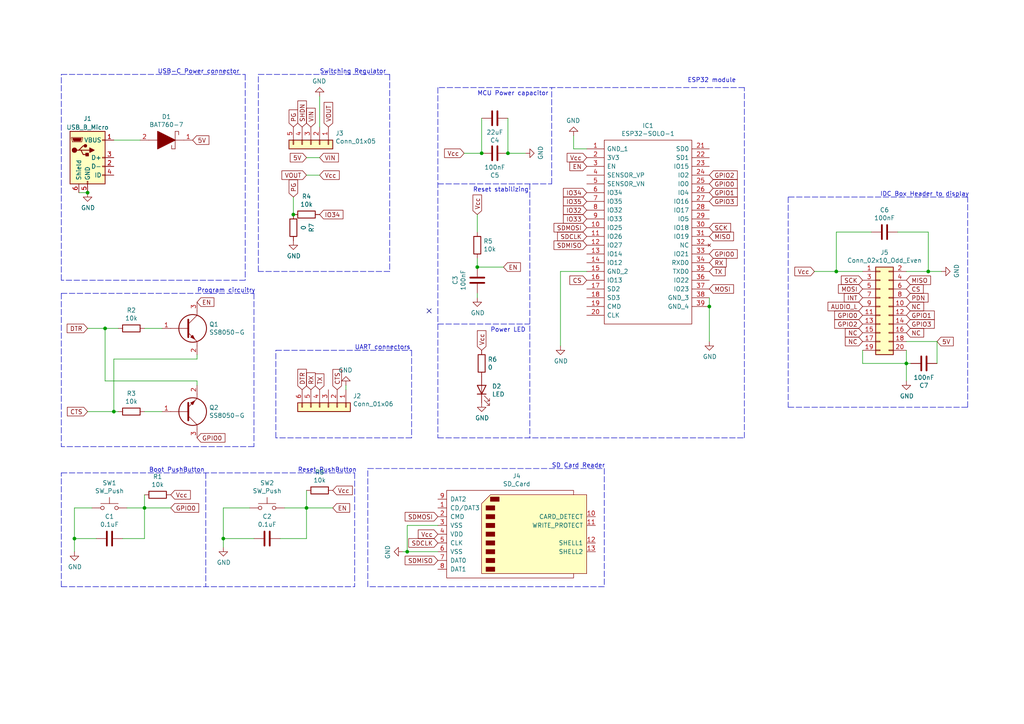
<source format=kicad_sch>
(kicad_sch (version 20211123) (generator eeschema)
  (paper "A4")
  (title_block (comment 1 "Tower PCB") (comment 2 "Project: Mario Kart") (comment 3 "Purdue University ECE477: Senior Design") (comment 4 "Author: Andre Hatushikano"))
  (lib_symbols
    (symbol "Connector:SD_Card" (pin_names (offset 1.016))
      (property "Reference" "J" (at -16.51 13.97 0))
      (property "Value" "SD_Card" (at 15.24 -13.97 0))
      (symbol "SD_Card_0_1"
        (rectangle (start -8.89 -9.525) (end -6.35 -10.795) (fill (type outline)))
        (rectangle (start -8.89 -6.985) (end -6.35 -8.255) (fill (type outline)))
        (rectangle (start -8.89 -4.445) (end -6.35 -5.715) (fill (type outline)))
        (rectangle (start -8.89 -1.905) (end -6.35 -3.175) (fill (type outline)))
        (rectangle (start -8.89 0.635) (end -6.35 -0.635) (fill (type outline)))
        (rectangle (start -8.89 3.175) (end -6.35 1.905) (fill (type outline)))
        (rectangle (start -8.89 5.715) (end -6.35 4.445) (fill (type outline)))
        (rectangle (start -8.89 8.255) (end -6.35 6.985) (fill (type outline)))
        (rectangle (start -7.62 10.795) (end -5.08 9.525) (fill (type outline)))
        (polyline (pts (xy -10.16 8.89) (xy -7.62 11.43) (xy 20.32 11.43) (xy 20.32 -11.43) (xy -10.16 -11.43) (xy -10.16 8.89)) (fill (type background)))
        (polyline (pts (xy 16.51 11.43) (xy 16.51 12.7) (xy -20.32 12.7) (xy -20.32 -12.7) (xy 16.51 -12.7) (xy 16.51 -11.43)))
      )
      (symbol "SD_Card_1_1"
        (pin input line (at -22.86 7.62 0) (length 2.54) (name "CD/DAT3") (number "1"))
        (pin input line (at 22.86 5.08 180) (length 2.54) (name "CARD_DETECT") (number "10"))
        (pin input line (at 22.86 2.54 180) (length 2.54) (name "WRITE_PROTECT") (number "11"))
        (pin input line (at 22.86 -2.54 180) (length 2.54) (name "SHELL1") (number "12"))
        (pin input line (at 22.86 -5.08 180) (length 2.54) (name "SHELL2") (number "13"))
        (pin input line (at -22.86 5.08 0) (length 2.54) (name "CMD") (number "2"))
        (pin power_in line (at -22.86 2.54 0) (length 2.54) (name "VSS") (number "3"))
        (pin power_in line (at -22.86 0 0) (length 2.54) (name "VDD") (number "4"))
        (pin input line (at -22.86 -2.54 0) (length 2.54) (name "CLK") (number "5"))
        (pin power_in line (at -22.86 -5.08 0) (length 2.54) (name "VSS") (number "6"))
        (pin input line (at -22.86 -7.62 0) (length 2.54) (name "DAT0") (number "7"))
        (pin input line (at -22.86 -10.16 0) (length 2.54) (name "DAT1") (number "8"))
        (pin input line (at -22.86 10.16 0) (length 2.54) (name "DAT2") (number "9"))
      )
    )
    (symbol "Connector:USB_B_Micro" (pin_names (offset 1.016))
      (property "Reference" "J" (at -5.08 11.43 0))
      (property "Value" "USB_B_Micro" (at -5.08 8.89 0))
      (symbol "USB_B_Micro_0_1"
        (rectangle (start -5.08 -7.62) (end 5.08 7.62) (stroke (width 0.254)) (fill (type background)))
        (circle (center -3.81 2.159) (radius 0.635) (stroke (width 0.254)) (fill (type outline)))
        (circle (center -0.635 3.429) (radius 0.381) (stroke (width 0.254)) (fill (type outline)))
        (rectangle (start -0.127 -7.62) (end 0.127 -6.858))
        (polyline (pts (xy -1.905 2.159) (xy 0.635 2.159)) (stroke (width 0.254)))
        (polyline (pts (xy -3.175 2.159) (xy -2.54 2.159) (xy -1.27 3.429) (xy -0.635 3.429)) (stroke (width 0.254)))
        (polyline (pts (xy -2.54 2.159) (xy -1.905 2.159) (xy -1.27 0.889) (xy 0 0.889)) (stroke (width 0.254)))
        (polyline (pts (xy 0.635 2.794) (xy 0.635 1.524) (xy 1.905 2.159) (xy 0.635 2.794)) (stroke (width 0.254)) (fill (type outline)))
        (polyline (pts (xy -4.318 5.588) (xy -1.778 5.588) (xy -2.032 4.826) (xy -4.064 4.826) (xy -4.318 5.588)) (fill (type outline)))
        (polyline (pts (xy -4.699 5.842) (xy -4.699 5.588) (xy -4.445 4.826) (xy -4.445 4.572) (xy -1.651 4.572) (xy -1.651 4.826) (xy -1.397 5.588) (xy -1.397 5.842) (xy -4.699 5.842)))
        (rectangle (start 0.254 1.27) (end -0.508 0.508) (stroke (width 0.254)) (fill (type outline)))
        (rectangle (start 5.08 -5.207) (end 4.318 -4.953))
        (rectangle (start 5.08 -2.667) (end 4.318 -2.413))
        (rectangle (start 5.08 -0.127) (end 4.318 0.127))
        (rectangle (start 5.08 4.953) (end 4.318 5.207))
      )
      (symbol "USB_B_Micro_1_1"
        (pin power_out line (at 7.62 5.08 180) (length 2.54) (name "VBUS") (number "1"))
        (pin bidirectional line (at 7.62 -2.54 180) (length 2.54) (name "D-") (number "2"))
        (pin bidirectional line (at 7.62 0 180) (length 2.54) (name "D+") (number "3"))
        (pin passive line (at 7.62 -5.08 180) (length 2.54) (name "ID") (number "4"))
        (pin power_out line (at 0 -10.16 90) (length 2.54) (name "GND") (number "5"))
        (pin passive line (at -2.54 -10.16 90) (length 2.54) (name "Shield") (number "6"))
      )
    )
    (symbol "Connector_Generic:Conn_01x05" (pin_names (offset 1.016) hide)
      (property "Reference" "J" (at 0 7.62 0))
      (property "Value" "Conn_01x05" (at 0 -7.62 0))
      (symbol "Conn_01x05_1_1"
        (rectangle (start -1.27 -4.953) (end 0 -5.207) (stroke (width 0.1524)))
        (rectangle (start -1.27 -2.413) (end 0 -2.667) (stroke (width 0.1524)))
        (rectangle (start -1.27 0.127) (end 0 -0.127) (stroke (width 0.1524)))
        (rectangle (start -1.27 2.667) (end 0 2.413) (stroke (width 0.1524)))
        (rectangle (start -1.27 5.207) (end 0 4.953) (stroke (width 0.1524)))
        (rectangle (start -1.27 6.35) (end 1.27 -6.35) (stroke (width 0.254)) (fill (type background)))
        (pin passive line (at -5.08 5.08 0) (length 3.81) (name "Pin_1") (number "1"))
        (pin passive line (at -5.08 2.54 0) (length 3.81) (name "Pin_2") (number "2"))
        (pin passive line (at -5.08 0 0) (length 3.81) (name "Pin_3") (number "3"))
        (pin passive line (at -5.08 -2.54 0) (length 3.81) (name "Pin_4") (number "4"))
        (pin passive line (at -5.08 -5.08 0) (length 3.81) (name "Pin_5") (number "5"))
      )
    )
    (symbol "Connector_Generic:Conn_01x06" (pin_names (offset 1.016) hide)
      (property "Reference" "J" (at 0 7.62 0))
      (property "Value" "Conn_01x06" (at 0 -10.16 0))
      (symbol "Conn_01x06_1_1"
        (rectangle (start -1.27 -7.493) (end 0 -7.747) (stroke (width 0.1524)))
        (rectangle (start -1.27 -4.953) (end 0 -5.207) (stroke (width 0.1524)))
        (rectangle (start -1.27 -2.413) (end 0 -2.667) (stroke (width 0.1524)))
        (rectangle (start -1.27 0.127) (end 0 -0.127) (stroke (width 0.1524)))
        (rectangle (start -1.27 2.667) (end 0 2.413) (stroke (width 0.1524)))
        (rectangle (start -1.27 5.207) (end 0 4.953) (stroke (width 0.1524)))
        (rectangle (start -1.27 6.35) (end 1.27 -8.89) (stroke (width 0.254)) (fill (type background)))
        (pin passive line (at -5.08 5.08 0) (length 3.81) (name "Pin_1") (number "1"))
        (pin passive line (at -5.08 2.54 0) (length 3.81) (name "Pin_2") (number "2"))
        (pin passive line (at -5.08 0 0) (length 3.81) (name "Pin_3") (number "3"))
        (pin passive line (at -5.08 -2.54 0) (length 3.81) (name "Pin_4") (number "4"))
        (pin passive line (at -5.08 -5.08 0) (length 3.81) (name "Pin_5") (number "5"))
        (pin passive line (at -5.08 -7.62 0) (length 3.81) (name "Pin_6") (number "6"))
      )
    )
    (symbol "Connector_Generic:Conn_02x10_Odd_Even" (pin_names (offset 1.016) hide)
      (property "Reference" "J" (at 1.27 12.7 0))
      (property "Value" "Conn_02x10_Odd_Even" (at 1.27 -15.24 0))
      (symbol "Conn_02x10_Odd_Even_1_1"
        (rectangle (start -1.27 -12.573) (end 0 -12.827) (stroke (width 0.1524)))
        (rectangle (start -1.27 -10.033) (end 0 -10.287) (stroke (width 0.1524)))
        (rectangle (start -1.27 -7.493) (end 0 -7.747) (stroke (width 0.1524)))
        (rectangle (start -1.27 -4.953) (end 0 -5.207) (stroke (width 0.1524)))
        (rectangle (start -1.27 -2.413) (end 0 -2.667) (stroke (width 0.1524)))
        (rectangle (start -1.27 0.127) (end 0 -0.127) (stroke (width 0.1524)))
        (rectangle (start -1.27 2.667) (end 0 2.413) (stroke (width 0.1524)))
        (rectangle (start -1.27 5.207) (end 0 4.953) (stroke (width 0.1524)))
        (rectangle (start -1.27 7.747) (end 0 7.493) (stroke (width 0.1524)))
        (rectangle (start -1.27 10.287) (end 0 10.033) (stroke (width 0.1524)))
        (rectangle (start -1.27 11.43) (end 3.81 -13.97) (stroke (width 0.254)) (fill (type background)))
        (rectangle (start 3.81 -12.573) (end 2.54 -12.827) (stroke (width 0.1524)))
        (rectangle (start 3.81 -10.033) (end 2.54 -10.287) (stroke (width 0.1524)))
        (rectangle (start 3.81 -7.493) (end 2.54 -7.747) (stroke (width 0.1524)))
        (rectangle (start 3.81 -4.953) (end 2.54 -5.207) (stroke (width 0.1524)))
        (rectangle (start 3.81 -2.413) (end 2.54 -2.667) (stroke (width 0.1524)))
        (rectangle (start 3.81 0.127) (end 2.54 -0.127) (stroke (width 0.1524)))
        (rectangle (start 3.81 2.667) (end 2.54 2.413) (stroke (width 0.1524)))
        (rectangle (start 3.81 5.207) (end 2.54 4.953) (stroke (width 0.1524)))
        (rectangle (start 3.81 7.747) (end 2.54 7.493) (stroke (width 0.1524)))
        (rectangle (start 3.81 10.287) (end 2.54 10.033) (stroke (width 0.1524)))
        (pin passive line (at -5.08 10.16 0) (length 3.81) (name "Pin_1") (number "1"))
        (pin passive line (at 7.62 0 180) (length 3.81) (name "Pin_10") (number "10"))
        (pin passive line (at -5.08 -2.54 0) (length 3.81) (name "Pin_11") (number "11"))
        (pin passive line (at 7.62 -2.54 180) (length 3.81) (name "Pin_12") (number "12"))
        (pin passive line (at -5.08 -5.08 0) (length 3.81) (name "Pin_13") (number "13"))
        (pin passive line (at 7.62 -5.08 180) (length 3.81) (name "Pin_14") (number "14"))
        (pin passive line (at -5.08 -7.62 0) (length 3.81) (name "Pin_15") (number "15"))
        (pin passive line (at 7.62 -7.62 180) (length 3.81) (name "Pin_16") (number "16"))
        (pin passive line (at -5.08 -10.16 0) (length 3.81) (name "Pin_17") (number "17"))
        (pin passive line (at 7.62 -10.16 180) (length 3.81) (name "Pin_18") (number "18"))
        (pin passive line (at -5.08 -12.7 0) (length 3.81) (name "Pin_19") (number "19"))
        (pin passive line (at 7.62 10.16 180) (length 3.81) (name "Pin_2") (number "2"))
        (pin passive line (at 7.62 -12.7 180) (length 3.81) (name "Pin_20") (number "20"))
        (pin passive line (at -5.08 7.62 0) (length 3.81) (name "Pin_3") (number "3"))
        (pin passive line (at 7.62 7.62 180) (length 3.81) (name "Pin_4") (number "4"))
        (pin passive line (at -5.08 5.08 0) (length 3.81) (name "Pin_5") (number "5"))
        (pin passive line (at 7.62 5.08 180) (length 3.81) (name "Pin_6") (number "6"))
        (pin passive line (at -5.08 2.54 0) (length 3.81) (name "Pin_7") (number "7"))
        (pin passive line (at 7.62 2.54 180) (length 3.81) (name "Pin_8") (number "8"))
        (pin passive line (at -5.08 0 0) (length 3.81) (name "Pin_9") (number "9"))
      )
    )
    (symbol "Device:C" (pin_numbers hide) (pin_names (offset 0.254))
      (property "Reference" "C" (at 0.635 2.54 0))
      (property "Value" "C" (at 0.635 -2.54 0))
      (symbol "C_0_1"
        (polyline (pts (xy -2.032 -0.762) (xy 2.032 -0.762)) (stroke (width 0.508)))
        (polyline (pts (xy -2.032 0.762) (xy 2.032 0.762)) (stroke (width 0.508)))
      )
      (symbol "C_1_1"
        (pin passive line (at 0 3.81 270) (length 2.794) (name "~") (number "1"))
        (pin passive line (at 0 -3.81 90) (length 2.794) (name "~") (number "2"))
      )
    )
    (symbol "Device:LED" (pin_numbers hide) (pin_names (offset 1.016) hide)
      (property "Reference" "D" (at 0 2.54 0))
      (property "Value" "LED" (at 0 -2.54 0))
      (symbol "LED_0_1"
        (polyline (pts (xy -1.27 -1.27) (xy -1.27 1.27)) (stroke (width 0.254)))
        (polyline (pts (xy -1.27 0) (xy 1.27 0)))
        (polyline (pts (xy 1.27 -1.27) (xy 1.27 1.27) (xy -1.27 0) (xy 1.27 -1.27)) (stroke (width 0.254)))
        (polyline (pts (xy -3.048 -0.762) (xy -4.572 -2.286) (xy -3.81 -2.286) (xy -4.572 -2.286) (xy -4.572 -1.524)))
        (polyline (pts (xy -1.778 -0.762) (xy -3.302 -2.286) (xy -2.54 -2.286) (xy -3.302 -2.286) (xy -3.302 -1.524)))
      )
      (symbol "LED_1_1"
        (pin passive line (at -3.81 0 0) (length 2.54) (name "K") (number "1"))
        (pin passive line (at 3.81 0 180) (length 2.54) (name "A") (number "2"))
      )
    )
    (symbol "Device:R" (pin_numbers hide) (pin_names (offset 0))
      (property "Reference" "R" (at 2.032 0 90))
      (property "Value" "R" (at 0 0 90))
      (symbol "R_0_1"
        (rectangle (start -1.016 -2.54) (end 1.016 2.54) (stroke (width 0.254)))
      )
      (symbol "R_1_1"
        (pin passive line (at 0 3.81 270) (length 1.27) (name "~") (number "1"))
        (pin passive line (at 0 -3.81 90) (length 1.27) (name "~") (number "2"))
      )
    )
    (symbol "Mouser:BAT760-7" (pin_names (offset 0.762))
      (property "Reference" "D" (at 12.7 8.89 0))
      (property "Value" "Mouser_BAT760-7" (at 12.7 6.35 0))
      (symbol "BAT760-7_0_0"
        (pin passive line (at 2.54 0 0) (length 2.54) (name "~") (number "1"))
        (pin passive line (at 17.78 0 180) (length 2.54) (name "~") (number "2"))
      )
      (symbol "BAT760-7_0_1"
        (polyline (pts (xy 5.08 0) (xy 7.62 0)) (stroke (width 0.1524)))
        (polyline (pts (xy 7.62 2.54) (xy 7.62 -2.54)) (stroke (width 0.1524)))
        (polyline (pts (xy 12.7 0) (xy 15.24 0)) (stroke (width 0.1524)))
        (polyline (pts (xy 7.62 -2.54) (xy 6.604 -2.54) (xy 6.604 -1.524)) (stroke (width 0.1524)))
        (polyline (pts (xy 7.62 2.54) (xy 8.636 2.54) (xy 8.636 1.524)) (stroke (width 0.1524)))
        (polyline (pts (xy 7.62 0) (xy 12.7 2.54) (xy 12.7 -2.54) (xy 7.62 0)) (stroke (width 0.254)) (fill (type outline)))
      )
    )
    (symbol "Mouser:SS8050-G" (pin_names (offset 0.762))
      (property "Reference" "Q" (at 13.97 1.27 0))
      (property "Value" "Mouser_SS8050-G" (at 13.97 -1.27 0))
      (symbol "SS8050-G_0_0"
        (pin passive line (at 0 0 0) (length 2.54) (name "~") (number "1"))
        (pin passive line (at 10.16 -7.62 90) (length 2.54) (name "~") (number "2"))
        (pin passive line (at 10.16 7.62 270) (length 2.54) (name "~") (number "3"))
      )
      (symbol "SS8050-G_0_1"
        (polyline (pts (xy 2.54 0) (xy 7.62 0)) (stroke (width 0.1524)))
        (polyline (pts (xy 7.62 -1.27) (xy 10.16 -3.81)) (stroke (width 0.1524)))
        (polyline (pts (xy 7.62 1.27) (xy 10.16 3.81)) (stroke (width 0.1524)))
        (polyline (pts (xy 7.62 2.54) (xy 7.62 -2.54)) (stroke (width 0.508)))
        (polyline (pts (xy 10.16 -3.81) (xy 10.16 -5.08)) (stroke (width 0.1524)))
        (polyline (pts (xy 10.16 3.81) (xy 10.16 5.08)) (stroke (width 0.1524)))
        (polyline (pts (xy 8.382 -2.54) (xy 8.89 -2.032) (xy 9.398 -3.048) (xy 8.382 -2.54)) (stroke (width 0.254)) (fill (type outline)))
        (circle (center 8.89 0) (radius 4.0132) (stroke (width 0.254)))
      )
    )
    (symbol "Switch:SW_Push" (pin_numbers hide) (pin_names (offset 1.016) hide)
      (property "Reference" "SW" (at 1.27 2.54 0))
      (property "Value" "SW_Push" (at 0 -1.524 0))
      (symbol "SW_Push_0_1"
        (circle (center -2.032 0) (radius 0.508))
        (polyline (pts (xy 0 1.27) (xy 0 3.048)))
        (polyline (pts (xy 2.54 1.27) (xy -2.54 1.27)))
        (circle (center 2.032 0) (radius 0.508))
        (pin passive line (at -5.08 0 0) (length 2.54) (name "1") (number "1"))
        (pin passive line (at 5.08 0 180) (length 2.54) (name "2") (number "2"))
      )
    )
    (symbol "power:GND" (power) (pin_names (offset 0))
      (property "Value" "GND" (at 0 -3.81 0))
      (symbol "GND_0_1"
        (polyline (pts (xy 0 0) (xy 0 -1.27) (xy 1.27 -1.27) (xy 0 -2.54) (xy -1.27 -1.27) (xy 0 -1.27)))
      )
      (symbol "GND_1_1"
        (pin power_in line (at 0 0 270) (length 0) hide (name "GND") (number "1"))
      )
    )
    (symbol "tower-rescue:ESP32-SOLO-1-ESP-SOLO-1-controller-rescue" (pin_names (offset 0.762))
      (property "Reference" "IC" (at 31.75 7.62 0))
      (property "Value" "ESP32-SOLO-1-ESP-SOLO-1-controller-rescue" (at 31.75 5.08 0))
      (symbol "ESP32-SOLO-1-ESP-SOLO-1-controller-rescue_0_0"
        (pin passive line (at 0 0 0) (length 5.08) (name "GND_1") (number "1"))
        (pin passive line (at 0 -22.86 0) (length 5.08) (name "IO25") (number "10"))
        (pin passive line (at 0 -25.4 0) (length 5.08) (name "IO26") (number "11"))
        (pin passive line (at 0 -27.94 0) (length 5.08) (name "IO27") (number "12"))
        (pin passive line (at 0 -30.48 0) (length 5.08) (name "IO14") (number "13"))
        (pin passive line (at 0 -33.02 0) (length 5.08) (name "IO12") (number "14"))
        (pin passive line (at 0 -35.56 0) (length 5.08) (name "GND_2") (number "15"))
        (pin passive line (at 0 -38.1 0) (length 5.08) (name "IO13") (number "16"))
        (pin passive line (at 0 -40.64 0) (length 5.08) (name "SD2") (number "17"))
        (pin passive line (at 0 -43.18 0) (length 5.08) (name "SD3") (number "18"))
        (pin passive line (at 0 -45.72 0) (length 5.08) (name "CMD") (number "19"))
        (pin passive line (at 0 -2.54 0) (length 5.08) (name "3V3") (number "2"))
        (pin passive line (at 0 -48.26 0) (length 5.08) (name "CLK") (number "20"))
        (pin passive line (at 35.56 0 180) (length 5.08) (name "SD0") (number "21"))
        (pin passive line (at 35.56 -2.54 180) (length 5.08) (name "SD1") (number "22"))
        (pin passive line (at 35.56 -5.08 180) (length 5.08) (name "IO15") (number "23"))
        (pin passive line (at 35.56 -7.62 180) (length 5.08) (name "IO2") (number "24"))
        (pin passive line (at 35.56 -10.16 180) (length 5.08) (name "IO0") (number "25"))
        (pin passive line (at 35.56 -12.7 180) (length 5.08) (name "IO4") (number "26"))
        (pin passive line (at 35.56 -15.24 180) (length 5.08) (name "IO16") (number "27"))
        (pin passive line (at 35.56 -17.78 180) (length 5.08) (name "IO17") (number "28"))
        (pin passive line (at 35.56 -20.32 180) (length 5.08) (name "IO5") (number "29"))
        (pin passive line (at 0 -5.08 0) (length 5.08) (name "EN") (number "3"))
        (pin passive line (at 35.56 -22.86 180) (length 5.08) (name "IO18") (number "30"))
        (pin passive line (at 35.56 -25.4 180) (length 5.08) (name "IO19") (number "31"))
        (pin no_connect line (at 35.56 -27.94 180) (length 5.08) (name "NC") (number "32"))
        (pin passive line (at 35.56 -30.48 180) (length 5.08) (name "IO21") (number "33"))
        (pin passive line (at 35.56 -33.02 180) (length 5.08) (name "RXD0") (number "34"))
        (pin passive line (at 35.56 -35.56 180) (length 5.08) (name "TXD0") (number "35"))
        (pin passive line (at 35.56 -38.1 180) (length 5.08) (name "IO22") (number "36"))
        (pin passive line (at 35.56 -40.64 180) (length 5.08) (name "IO23") (number "37"))
        (pin passive line (at 35.56 -43.18 180) (length 5.08) (name "GND_3") (number "38"))
        (pin passive line (at 35.56 -45.72 180) (length 5.08) (name "GND_4") (number "39"))
        (pin passive line (at 0 -7.62 0) (length 5.08) (name "SENSOR_VP") (number "4"))
        (pin passive line (at 0 -10.16 0) (length 5.08) (name "SENSOR_VN") (number "5"))
        (pin passive line (at 0 -12.7 0) (length 5.08) (name "IO34") (number "6"))
        (pin passive line (at 0 -15.24 0) (length 5.08) (name "IO35") (number "7"))
        (pin passive line (at 0 -17.78 0) (length 5.08) (name "IO32") (number "8"))
        (pin passive line (at 0 -20.32 0) (length 5.08) (name "IO33") (number "9"))
      )
      (symbol "ESP32-SOLO-1-ESP-SOLO-1-controller-rescue_0_1"
        (polyline (pts (xy 5.08 2.54) (xy 30.48 2.54) (xy 30.48 -50.8) (xy 5.08 -50.8) (xy 5.08 2.54)) (stroke (width 0.1524)))
      )
    )
  )
  (junction (at 205.74 88.9))
  (junction (at 269.24 78.74))
  (junction (at 85.09 62.23))
  (junction (at 25.4 55.88))
  (junction (at 138.43 77.47))
  (junction (at 147.32 44.45))
  (junction (at 88.9 147.32))
  (junction (at 30.48 95.25))
  (junction (at 139.7 44.45))
  (junction (at 21.59 156.21))
  (junction (at 118.11 160.02))
  (junction (at 242.57 78.74))
  (junction (at 262.89 105.41))
  (junction (at 33.02 119.38))
  (junction (at 64.77 156.21))
  (junction (at 41.91 147.32))
  (no_connect (at 124.46 90.17))
  (wire (pts (xy 30.48 110.49) (xy 57.15 110.49)))
  (wire (pts (xy 57.15 104.14) (xy 57.15 102.87)))
  (wire (pts (xy 138.43 77.47) (xy 146.05 77.47)))
  (wire (pts (xy 41.91 95.25) (xy 46.99 95.25)))
  (wire (pts (xy 81.28 156.21) (xy 88.9 156.21)))
  (polyline (pts (xy 80.01 101.6) (xy 119.38 101.6)))
  (polyline (pts (xy 280.67 118.11) (xy 280.67 57.15)))
  (wire (pts (xy 252.73 67.31) (xy 242.57 67.31)))
  (wire (pts (xy 21.59 156.21) (xy 21.59 160.02)))
  (wire (pts (xy 88.9 142.24) (xy 88.9 147.32)))
  (polyline (pts (xy 17.78 170.18) (xy 102.87 170.18)))
  (wire (pts (xy 33.02 104.14) (xy 57.15 104.14)))
  (wire (pts (xy 26.67 147.32) (xy 21.59 147.32)))
  (wire (pts (xy 205.74 88.9) (xy 205.74 99.06)))
  (wire (pts (xy 205.74 86.36) (xy 205.74 88.9)))
  (wire (pts (xy 127 160.02) (xy 118.11 160.02)))
  (polyline (pts (xy 17.78 137.16) (xy 102.87 137.16)))
  (wire (pts (xy 262.89 101.6) (xy 262.89 105.41)))
  (wire (pts (xy 41.91 147.32) (xy 49.53 147.32)))
  (wire (pts (xy 64.77 156.21) (xy 64.77 158.75)))
  (polyline (pts (xy 73.66 85.09) (xy 73.66 129.54)))
  (wire (pts (xy 242.57 67.31) (xy 242.57 78.74)))
  (wire (pts (xy 250.19 78.74) (xy 242.57 78.74)))
  (wire (pts (xy 41.91 143.51) (xy 41.91 147.32)))
  (polyline (pts (xy 119.38 101.6) (xy 119.38 127)))
  (polyline (pts (xy 175.26 170.18) (xy 106.68 170.18)))
  (wire (pts (xy 269.24 67.31) (xy 260.35 67.31)))
  (polyline (pts (xy 17.78 81.28) (xy 17.78 21.59)))
  (wire (pts (xy 138.43 74.93) (xy 138.43 77.47)))
  (polyline (pts (xy 175.26 135.89) (xy 175.26 170.18)))
  (wire (pts (xy 166.37 43.18) (xy 170.18 43.18)))
  (polyline (pts (xy 80.01 127) (xy 80.01 101.6)))
  (polyline (pts (xy 228.6 57.15) (xy 228.6 118.11)))
  (wire (pts (xy 21.59 147.32) (xy 21.59 156.21)))
  (polyline (pts (xy 215.9 25.4) (xy 127 25.4)))
  (polyline (pts (xy 102.87 137.16) (xy 102.87 170.18)))
  (wire (pts (xy 271.78 99.06) (xy 262.89 99.06)))
  (wire (pts (xy 262.89 105.41) (xy 262.89 110.49)))
  (wire (pts (xy 262.89 105.41) (xy 250.19 105.41)))
  (wire (pts (xy 127 152.4) (xy 118.11 152.4)))
  (wire (pts (xy 262.89 78.74) (xy 269.24 78.74)))
  (polyline (pts (xy 73.66 129.54) (xy 17.78 129.54)))
  (wire (pts (xy 25.4 119.38) (xy 33.02 119.38)))
  (wire (pts (xy 152.4 44.45) (xy 147.32 44.45)))
  (wire (pts (xy 170.18 78.74) (xy 162.56 78.74)))
  (wire (pts (xy 100.33 113.03) (xy 100.33 111.76)))
  (polyline (pts (xy 280.67 57.15) (xy 228.6 57.15)))
  (wire (pts (xy 33.02 119.38) (xy 34.29 119.38)))
  (wire (pts (xy 22.86 55.88) (xy 25.4 55.88)))
  (wire (pts (xy 64.77 147.32) (xy 64.77 156.21)))
  (wire (pts (xy 118.11 160.02) (xy 116.84 160.02)))
  (wire (pts (xy 41.91 156.21) (xy 41.91 147.32)))
  (polyline (pts (xy 17.78 85.09) (xy 73.66 85.09)))
  (polyline (pts (xy 153.67 53.34) (xy 153.67 127)))
  (polyline (pts (xy 119.38 127) (xy 80.01 127)))
  (wire (pts (xy 88.9 45.72) (xy 92.71 45.72)))
  (polyline (pts (xy 17.78 85.09) (xy 17.78 129.54)))
  (polyline (pts (xy 59.69 137.16) (xy 59.69 170.18)))
  (wire (pts (xy 138.43 62.23) (xy 138.43 67.31)))
  (wire (pts (xy 166.37 39.37) (xy 166.37 43.18)))
  (polyline (pts (xy 17.78 170.18) (xy 17.78 137.16)))
  (polyline (pts (xy 17.78 21.59) (xy 71.12 21.59)))
  (wire (pts (xy 271.78 99.06) (xy 271.78 105.41)))
  (wire (pts (xy 30.48 95.25) (xy 34.29 95.25)))
  (wire (pts (xy 88.9 50.8) (xy 92.71 50.8)))
  (wire (pts (xy 88.9 147.32) (xy 82.55 147.32)))
  (wire (pts (xy 118.11 152.4) (xy 118.11 160.02)))
  (polyline (pts (xy 215.9 127) (xy 215.9 25.4)))
  (wire (pts (xy 41.91 147.32) (xy 36.83 147.32)))
  (polyline (pts (xy 127 53.34) (xy 160.02 53.34)))
  (wire (pts (xy 264.16 105.41) (xy 262.89 105.41)))
  (polyline (pts (xy 127 93.98) (xy 153.67 93.98)))
  (wire (pts (xy 41.91 119.38) (xy 46.99 119.38)))
  (wire (pts (xy 88.9 147.32) (xy 88.9 156.21)))
  (wire (pts (xy 73.66 156.21) (xy 64.77 156.21)))
  (wire (pts (xy 57.15 110.49) (xy 57.15 111.76)))
  (wire (pts (xy 269.24 78.74) (xy 273.05 78.74)))
  (wire (pts (xy 138.43 85.09) (xy 138.43 86.36)))
  (wire (pts (xy 33.02 104.14) (xy 33.02 119.38)))
  (wire (pts (xy 134.62 44.45) (xy 139.7 44.45)))
  (wire (pts (xy 33.02 40.64) (xy 40.64 40.64)))
  (wire (pts (xy 85.09 57.15) (xy 85.09 62.23)))
  (polyline (pts (xy 106.68 170.18) (xy 106.68 135.89)))
  (wire (pts (xy 92.71 36.83) (xy 92.71 27.94)))
  (wire (pts (xy 35.56 156.21) (xy 41.91 156.21)))
  (wire (pts (xy 242.57 78.74) (xy 236.22 78.74)))
  (wire (pts (xy 27.94 156.21) (xy 21.59 156.21)))
  (wire (pts (xy 250.19 105.41) (xy 250.19 101.6)))
  (polyline (pts (xy 113.03 78.74) (xy 74.93 78.74)))
  (wire (pts (xy 162.56 78.74) (xy 162.56 100.33)))
  (wire (pts (xy 139.7 34.29) (xy 139.7 44.45)))
  (wire (pts (xy 30.48 110.49) (xy 30.48 95.25)))
  (polyline (pts (xy 228.6 118.11) (xy 280.67 118.11)))
  (wire (pts (xy 147.32 44.45) (xy 147.32 34.29)))
  (polyline (pts (xy 127 25.4) (xy 127 127)))
  (polyline (pts (xy 74.93 21.59) (xy 113.03 21.59)))
  (polyline (pts (xy 74.93 78.74) (xy 74.93 21.59)))
  (wire (pts (xy 88.9 147.32) (xy 96.52 147.32)))
  (polyline (pts (xy 160.02 53.34) (xy 160.02 25.4)))
  (polyline (pts (xy 71.12 21.59) (xy 71.12 81.28)))
  (polyline (pts (xy 106.68 135.89) (xy 175.26 135.89)))
  (polyline (pts (xy 113.03 21.59) (xy 113.03 78.74)))
  (wire (pts (xy 72.39 147.32) (xy 64.77 147.32)))
  (wire (pts (xy 30.48 95.25) (xy 25.4 95.25)))
  (polyline (pts (xy 127 127) (xy 215.9 127)))
  (polyline (pts (xy 71.12 81.28) (xy 17.78 81.28)))
  (wire (pts (xy 269.24 78.74) (xy 269.24 67.31)))
  (text "Program circuitry\n" (at 57.15 85.09 0) (effects (font (size 1.27 1.27)) (justify left bottom)))
  (text "ESP32 module" (at 199.39 24.13 0) (effects (font (size 1.27 1.27)) (justify left bottom)))
  (text "IDC Box Header to display\n" (at 255.27 57.15 0) (effects (font (size 1.27 1.27)) (justify left bottom)))
  (text "Reset PushButton" (at 86.36 137.16 0) (effects (font (size 1.27 1.27)) (justify left bottom)))
  (text "Switching Regulator" (at 92.71 21.59 0) (effects (font (size 1.27 1.27)) (justify left bottom)))
  (text "SD Card Reader\n" (at 160.02 135.89 0) (effects (font (size 1.27 1.27)) (justify left bottom)))
  (text "Reset stabilizing" (at 137.16 55.88 0) (effects (font (size 1.27 1.27)) (justify left bottom)))
  (text "USB-C Power connector\n" (at 45.72 21.59 0) (effects (font (size 1.27 1.27)) (justify left bottom)))
  (text "UART connectors\n" (at 102.87 101.6 0) (effects (font (size 1.27 1.27)) (justify left bottom)))
  (text "Power LED" (at 142.24 96.52 0) (effects (font (size 1.27 1.27)) (justify left bottom)))
  (text "MCU Power capacitor\n" (at 138.43 27.94 0) (effects (font (size 1.27 1.27)) (justify left bottom)))
  (text "Boot PushButton" (at 43.18 137.16 0) (effects (font (size 1.27 1.27)) (justify left bottom)))
  (global_label "GPIO0" (shape input) (at 205.74 73.66 0) (property "Intersheet References" "${INTERSHEET_REFS}" (effects hide)))
  (global_label "SHDN" (shape input) (at 87.63 36.83 90) (property "Intersheet References" "${INTERSHEET_REFS}" (effects hide)))
  (global_label "SDCLK" (shape input) (at 170.18 68.58 180) (property "Intersheet References" "${INTERSHEET_REFS}" (effects hide)))
  (global_label "GPIO1" (shape input) (at 262.89 91.44 0) (property "Intersheet References" "${INTERSHEET_REFS}" (effects hide)))
  (global_label "IO34" (shape input) (at 170.18 55.88 180) (property "Intersheet References" "${INTERSHEET_REFS}" (effects hide)))
  (global_label "EN" (shape input) (at 57.15 87.63 0) (property "Intersheet References" "${INTERSHEET_REFS}" (effects hide)))
  (global_label "PG" (shape input) (at 85.09 36.83 90) (property "Intersheet References" "${INTERSHEET_REFS}" (effects hide)))
  (global_label "RX" (shape input) (at 205.74 76.2 0) (property "Intersheet References" "${INTERSHEET_REFS}" (effects hide)))
  (global_label "Vcc" (shape input) (at 92.71 50.8 0) (property "Intersheet References" "${INTERSHEET_REFS}" (effects hide)))
  (global_label "Vcc" (shape input) (at 170.18 45.72 180) (property "Intersheet References" "${INTERSHEET_REFS}" (effects hide)))
  (global_label "IO35" (shape input) (at 170.18 58.42 180) (property "Intersheet References" "${INTERSHEET_REFS}" (effects hide)))
  (global_label "Vcc" (shape input) (at 127 154.94 180) (property "Intersheet References" "${INTERSHEET_REFS}" (effects hide)))
  (global_label "GPIO0" (shape input) (at 205.74 53.34 0) (property "Intersheet References" "${INTERSHEET_REFS}" (effects hide)))
  (global_label "PG" (shape input) (at 85.09 57.15 90) (property "Intersheet References" "${INTERSHEET_REFS}" (effects hide)))
  (global_label "5V" (shape input) (at 271.78 99.06 0) (property "Intersheet References" "${INTERSHEET_REFS}" (effects hide)))
  (global_label "5V" (shape input) (at 55.88 40.64 0) (property "Intersheet References" "${INTERSHEET_REFS}" (effects hide)))
  (global_label "SDMOSI" (shape input) (at 127 149.86 180) (property "Intersheet References" "${INTERSHEET_REFS}" (effects hide)))
  (global_label "GPIO1" (shape input) (at 205.74 55.88 0) (property "Intersheet References" "${INTERSHEET_REFS}" (effects hide)))
  (global_label "5V" (shape input) (at 88.9 45.72 180) (property "Intersheet References" "${INTERSHEET_REFS}" (effects hide)))
  (global_label "Vcc" (shape input) (at 236.22 78.74 180) (property "Intersheet References" "${INTERSHEET_REFS}" (effects hide)))
  (global_label "TX" (shape input) (at 92.71 113.03 90) (property "Intersheet References" "${INTERSHEET_REFS}" (effects hide)))
  (global_label "CS" (shape input) (at 170.18 81.28 180) (property "Intersheet References" "${INTERSHEET_REFS}" (effects hide)))
  (global_label "DTR" (shape input) (at 87.63 113.03 90) (property "Intersheet References" "${INTERSHEET_REFS}" (effects hide)))
  (global_label "NC" (shape input) (at 250.19 99.06 180) (property "Intersheet References" "${INTERSHEET_REFS}" (effects hide)))
  (global_label "RX" (shape input) (at 90.17 113.03 90) (property "Intersheet References" "${INTERSHEET_REFS}" (effects hide)))
  (global_label "EN" (shape input) (at 96.52 147.32 0) (property "Intersheet References" "${INTERSHEET_REFS}" (effects hide)))
  (global_label "VOUT" (shape input) (at 88.9 50.8 180) (property "Intersheet References" "${INTERSHEET_REFS}" (effects hide)))
  (global_label "MOSI" (shape input) (at 250.19 83.82 180) (property "Intersheet References" "${INTERSHEET_REFS}" (effects hide)))
  (global_label "NC" (shape input) (at 262.89 96.52 0) (property "Intersheet References" "${INTERSHEET_REFS}" (effects hide)))
  (global_label "MISO" (shape input) (at 262.89 81.28 0) (property "Intersheet References" "${INTERSHEET_REFS}" (effects hide)))
  (global_label "MISO" (shape input) (at 205.74 68.58 0) (property "Intersheet References" "${INTERSHEET_REFS}" (effects hide)))
  (global_label "NC" (shape input) (at 250.19 96.52 180) (property "Intersheet References" "${INTERSHEET_REFS}" (effects hide)))
  (global_label "GPIO2" (shape input) (at 205.74 50.8 0) (property "Intersheet References" "${INTERSHEET_REFS}" (effects hide)))
  (global_label "GPIO0" (shape input) (at 250.19 91.44 180) (property "Intersheet References" "${INTERSHEET_REFS}" (effects hide)))
  (global_label "Vcc" (shape input) (at 96.52 142.24 0) (property "Intersheet References" "${INTERSHEET_REFS}" (effects hide)))
  (global_label "IO34" (shape input) (at 92.71 62.23 0) (property "Intersheet References" "${INTERSHEET_REFS}" (effects hide)))
  (global_label "GPIO3" (shape input) (at 262.89 93.98 0) (property "Intersheet References" "${INTERSHEET_REFS}" (effects hide)))
  (global_label "GPIO0" (shape input) (at 57.15 127 0) (property "Intersheet References" "${INTERSHEET_REFS}" (effects hide)))
  (global_label "SCK" (shape input) (at 205.74 66.04 0) (property "Intersheet References" "${INTERSHEET_REFS}" (effects hide)))
  (global_label "SCK" (shape input) (at 250.19 81.28 180) (property "Intersheet References" "${INTERSHEET_REFS}" (effects hide)))
  (global_label "IO33" (shape input) (at 170.18 63.5 180) (property "Intersheet References" "${INTERSHEET_REFS}" (effects hide)))
  (global_label "NC" (shape input) (at 262.89 88.9 0) (property "Intersheet References" "${INTERSHEET_REFS}" (effects hide)))
  (global_label "SDMOSI" (shape input) (at 170.18 66.04 180) (property "Intersheet References" "${INTERSHEET_REFS}" (effects hide)))
  (global_label "Vcc" (shape input) (at 134.62 44.45 180) (property "Intersheet References" "${INTERSHEET_REFS}" (effects hide)))
  (global_label "EN" (shape input) (at 146.05 77.47 0) (property "Intersheet References" "${INTERSHEET_REFS}" (effects hide)))
  (global_label "GPIO2" (shape input) (at 250.19 93.98 180) (property "Intersheet References" "${INTERSHEET_REFS}" (effects hide)))
  (global_label "IO32" (shape input) (at 170.18 60.96 180) (property "Intersheet References" "${INTERSHEET_REFS}" (effects hide)))
  (global_label "SDCLK" (shape input) (at 127 157.48 180) (property "Intersheet References" "${INTERSHEET_REFS}" (effects hide)))
  (global_label "CTS" (shape input) (at 97.79 113.03 90) (property "Intersheet References" "${INTERSHEET_REFS}" (effects hide)))
  (global_label "MOSI" (shape input) (at 205.74 83.82 0) (property "Intersheet References" "${INTERSHEET_REFS}" (effects hide)))
  (global_label "GPIO0" (shape input) (at 49.53 147.32 0) (property "Intersheet References" "${INTERSHEET_REFS}" (effects hide)))
  (global_label "VIN" (shape input) (at 90.17 36.83 90) (property "Intersheet References" "${INTERSHEET_REFS}" (effects hide)))
  (global_label "INT" (shape input) (at 250.19 86.36 180) (property "Intersheet References" "${INTERSHEET_REFS}" (effects hide)))
  (global_label "PDN" (shape input) (at 262.89 86.36 0) (property "Intersheet References" "${INTERSHEET_REFS}" (effects hide)))
  (global_label "VOUT" (shape input) (at 95.25 36.83 90) (property "Intersheet References" "${INTERSHEET_REFS}" (effects hide)))
  (global_label "TX" (shape input) (at 205.74 78.74 0) (property "Intersheet References" "${INTERSHEET_REFS}" (effects hide)))
  (global_label "DTR" (shape input) (at 25.4 95.25 180) (property "Intersheet References" "${INTERSHEET_REFS}" (effects hide)))
  (global_label "SDMISO" (shape input) (at 170.18 71.12 180) (property "Intersheet References" "${INTERSHEET_REFS}" (effects hide)))
  (global_label "CS" (shape input) (at 262.89 83.82 0) (property "Intersheet References" "${INTERSHEET_REFS}" (effects hide)))
  (global_label "CTS" (shape input) (at 25.4 119.38 180) (property "Intersheet References" "${INTERSHEET_REFS}" (effects hide)))
  (global_label "Vcc" (shape input) (at 138.43 62.23 90) (property "Intersheet References" "${INTERSHEET_REFS}" (effects hide)))
  (global_label "SDMISO" (shape input) (at 127 162.56 180) (property "Intersheet References" "${INTERSHEET_REFS}" (effects hide)))
  (global_label "AUDIO_L" (shape input) (at 250.19 88.9 180) (property "Intersheet References" "${INTERSHEET_REFS}" (effects hide)))
  (global_label "GPIO3" (shape input) (at 205.74 58.42 0) (property "Intersheet References" "${INTERSHEET_REFS}" (effects hide)))
  (global_label "EN" (shape input) (at 170.18 48.26 180) (property "Intersheet References" "${INTERSHEET_REFS}" (effects hide)))
  (global_label "Vcc" (shape input) (at 49.53 143.51 0) (property "Intersheet References" "${INTERSHEET_REFS}" (effects hide)))
  (global_label "VIN" (shape input) (at 92.71 45.72 0) (property "Intersheet References" "${INTERSHEET_REFS}" (effects hide)))
  (global_label "Vcc" (shape input) (at 139.7 101.6 90) (property "Intersheet References" "${INTERSHEET_REFS}" (effects hide)))
  (symbol (lib_id "tower-rescue:ESP32-SOLO-1-ESP-SOLO-1-controller-rescue") (at 170.18 43.18 0) (unit 1)
    (property "Reference" "IC1" (at 187.96 36.449 0))
    (property "Value" "ESP32-SOLO-1" (at 187.96 38.7604 0))
    (property "Footprint" "RF_Module:ESP32-WROOM-32" (effects hide))
    (property "Datasheet" "https://www.espressif.com/sites/default/files/documentation/esp32-solo-1_datasheet_en.pdf" (effects hide))
    (property "Description" "WiFi Modules (802.11) SMD Module, ESP32-S0WD, 32Mbits SPI flash, UART mode," (effects hide))
    (property "Manufacturer_Name" "Espressif Systems" (effects hide))
    (property "Manufacturer_Part_Number" "ESP32-SOLO-1" (effects hide))
    (property "Mouser Part Number" "356-ESP32-SOLO-1" (effects hide))
    (property "Mouser Price/Stock" "https://www.mouser.co.uk/ProductDetail/Espressif-Systems/ESP32-SOLO-1?qs=w%2Fv1CP2dgqpIFRWX9FvikA%3D%3D" (effects hide))
  )
  (symbol (lib_id "power:GND") (at 152.4 44.45 90) (unit 1)
    (property "Reference" "#PWR010" (effects hide))
    (property "Value" "GND" (at 156.7942 44.323 0))
  )
  (symbol (lib_id "power:GND") (at 205.74 99.06 0) (unit 1)
    (property "Reference" "#PWR011" (effects hide))
    (property "Value" "GND" (at 205.867 103.4542 0))
  )
  (symbol (lib_id "power:GND") (at 162.56 100.33 0) (unit 1)
    (property "Reference" "#PWR09" (effects hide))
    (property "Value" "GND" (at 162.687 104.7242 0))
  )
  (symbol (lib_id "Connector_Generic:Conn_01x06") (at 95.25 118.11 270) (unit 1)
    (property "Reference" "J2" (at 102.362 114.8588 90) (effects (justify left)))
    (property "Value" "Conn_01x06" (at 102.362 117.1702 90) (effects (justify left)))
    (property "Footprint" "Connector_PinSocket_2.54mm:PinSocket_1x06_P2.54mm_Vertical" (effects hide))
  )
  (symbol (lib_id "power:GND") (at 100.33 111.76 180) (unit 1)
    (property "Reference" "#PWR06" (effects hide))
    (property "Value" "GND" (at 100.203 107.3658 0))
  )
  (symbol (lib_id "Connector_Generic:Conn_02x10_Odd_Even") (at 255.27 88.9 0) (unit 1)
    (property "Reference" "J5" (at 256.54 73.2282 0))
    (property "Value" "Conn_02x10_Odd_Even" (at 256.54 75.5396 0))
    (property "Footprint" "Connector_PinSocket_2.54mm:PinSocket_2x10_P2.54mm_Vertical" (effects hide))
  )
  (symbol (lib_id "power:GND") (at 273.05 78.74 90) (unit 1)
    (property "Reference" "#PWR013" (effects hide))
    (property "Value" "GND" (at 277.4442 78.613 0))
  )
  (symbol (lib_id "Device:C") (at 256.54 67.31 270) (unit 1)
    (property "Reference" "C6" (at 256.54 60.9092 90))
    (property "Value" "100nF" (at 256.54 63.2206 90))
    (property "Footprint" "Capacitor_SMD:C_0805_2012Metric" (effects hide))
  )
  (symbol (lib_id "power:GND") (at 262.89 110.49 0) (unit 1)
    (property "Reference" "#PWR012" (effects hide))
    (property "Value" "GND" (at 263.017 114.8842 0))
  )
  (symbol (lib_id "Device:C") (at 267.97 105.41 90) (unit 1)
    (property "Reference" "C7" (at 267.97 111.8108 90))
    (property "Value" "100nF" (at 267.97 109.4994 90))
    (property "Footprint" "Capacitor_SMD:C_0805_2012Metric" (effects hide))
  )
  (symbol (lib_id "Device:C") (at 143.51 44.45 90) (unit 1)
    (property "Reference" "C5" (at 143.51 50.8508 90))
    (property "Value" "100nF" (at 143.51 48.5394 90))
    (property "Footprint" "Capacitor_SMD:C_0805_2012Metric" (effects hide))
  )
  (symbol (lib_id "Device:R") (at 38.1 95.25 90) (unit 1)
    (property "Reference" "R2" (at 38.1 89.9922 90))
    (property "Value" "10k" (at 38.1 92.3036 90))
    (property "Footprint" "Resistor_SMD:R_0805_2012Metric" (effects hide))
  )
  (symbol (lib_id "Device:R") (at 38.1 119.38 90) (unit 1)
    (property "Reference" "R3" (at 38.1 114.1222 90))
    (property "Value" "10k" (at 38.1 116.4336 90))
    (property "Footprint" "Resistor_SMD:R_0805_2012Metric" (effects hide))
  )
  (symbol (lib_id "Device:LED") (at 139.7 113.03 90) (unit 1)
    (property "Reference" "D2" (at 142.6972 112.0394 90) (effects (justify right)))
    (property "Value" "LED" (at 142.6972 114.3508 90) (effects (justify right)))
    (property "Footprint" "Mouser:APHCM2012QBCDF01" (effects hide))
  )
  (symbol (lib_id "power:GND") (at 139.7 116.84 0) (unit 1)
    (property "Reference" "#PWR014" (effects hide))
    (property "Value" "GND" (at 139.827 121.2342 0))
  )
  (symbol (lib_id "Device:R") (at 139.7 105.41 0) (unit 1)
    (property "Reference" "R6" (at 141.478 104.2416 0) (effects (justify left)))
    (property "Value" "0" (at 141.478 106.553 0) (effects (justify left)))
    (property "Footprint" "Resistor_SMD:R_0805_2012Metric" (effects hide))
  )
  (symbol (lib_id "Device:R") (at 85.09 66.04 180) (unit 1)
    (property "Reference" "R7" (at 90.3478 66.04 90))
    (property "Value" "0" (at 88.0364 66.04 90))
    (property "Footprint" "Resistor_SMD:R_0805_2012Metric" (effects hide))
  )
  (symbol (lib_id "power:GND") (at 166.37 39.37 180) (unit 1)
    (property "Reference" "#PWR0101" (effects hide))
    (property "Value" "GND" (at 166.243 34.9758 0))
  )
  (symbol (lib_id "Switch:SW_Push") (at 31.75 147.32 0) (unit 1)
    (property "Reference" "SW1" (at 31.75 140.081 0))
    (property "Value" "SW_Push" (at 31.75 142.3924 0))
    (property "Footprint" "Button_Switch_SMD:SW_SPST_CK_KXT3" (effects hide))
  )
  (symbol (lib_id "Device:C") (at 31.75 156.21 270) (unit 1)
    (property "Reference" "C1" (at 31.75 149.8092 90))
    (property "Value" "0.1uF" (at 31.75 152.1206 90))
    (property "Footprint" "Capacitor_SMD:C_0805_2012Metric" (effects hide))
  )
  (symbol (lib_id "power:GND") (at 21.59 160.02 0) (unit 1)
    (property "Reference" "#PWR01" (effects hide))
    (property "Value" "GND" (at 21.717 164.4142 0))
  )
  (symbol (lib_id "Switch:SW_Push") (at 77.47 147.32 0) (unit 1)
    (property "Reference" "SW2" (at 77.47 140.081 0))
    (property "Value" "SW_Push" (at 77.47 142.3924 0))
    (property "Footprint" "Button_Switch_SMD:SW_SPST_CK_KXT3" (effects hide))
  )
  (symbol (lib_id "Device:C") (at 77.47 156.21 270) (unit 1)
    (property "Reference" "C2" (at 77.47 149.8092 90))
    (property "Value" "0.1uF" (at 77.47 152.1206 90))
    (property "Footprint" "Capacitor_SMD:C_0805_2012Metric" (effects hide))
  )
  (symbol (lib_id "power:GND") (at 64.77 158.75 0) (unit 1)
    (property "Reference" "#PWR03" (effects hide))
    (property "Value" "GND" (at 64.897 163.1442 0))
  )
  (symbol (lib_id "Device:C") (at 143.51 34.29 90) (unit 1)
    (property "Reference" "C4" (at 143.51 40.6908 90))
    (property "Value" "22uF" (at 143.51 38.3794 90))
    (property "Footprint" "Capacitor_SMD:C_0805_2012Metric" (effects hide))
  )
  (symbol (lib_id "Device:R") (at 138.43 71.12 0) (unit 1)
    (property "Reference" "R5" (at 140.208 69.9516 0) (effects (justify left)))
    (property "Value" "10k" (at 140.208 72.263 0) (effects (justify left)))
    (property "Footprint" "Resistor_SMD:R_0805_2012Metric" (effects hide))
  )
  (symbol (lib_id "Device:C") (at 138.43 81.28 0) (unit 1)
    (property "Reference" "C3" (at 132.0292 81.28 90))
    (property "Value" "100nF" (at 134.3406 81.28 90))
    (property "Footprint" "Capacitor_SMD:C_0805_2012Metric" (effects hide))
  )
  (symbol (lib_id "power:GND") (at 138.43 86.36 0) (unit 1)
    (property "Reference" "#PWR08" (effects hide))
    (property "Value" "GND" (at 138.557 90.7542 0))
  )
  (symbol (lib_id "power:GND") (at 25.4 55.88 0) (unit 1)
    (property "Reference" "#PWR02" (effects hide))
    (property "Value" "GND" (at 25.527 60.2742 0))
  )
  (symbol (lib_id "Connector:SD_Card") (at 149.86 154.94 0) (unit 1)
    (property "Reference" "J4" (at 149.86 138.049 0))
    (property "Value" "SD_Card" (at 149.86 140.3604 0))
    (property "Footprint" "Connector_Card:SD_Kyocera_145638109211859+" (effects hide))
    (property "Datasheet" "http://portal.fciconnect.com/Comergent//fci/drawing/10067847.pdf" (effects hide))
  )
  (symbol (lib_id "Connector_Generic:Conn_01x05") (at 90.17 41.91 270) (unit 1)
    (property "Reference" "J3" (at 97.282 38.6588 90) (effects (justify left)))
    (property "Value" "Conn_01x05" (at 97.282 40.9702 90) (effects (justify left)))
    (property "Footprint" "Connector_PinSocket_2.54mm:PinSocket_1x05_P2.54mm_Vertical" (effects hide))
  )
  (symbol (lib_id "power:GND") (at 92.71 27.94 180) (unit 1)
    (property "Reference" "#PWR05" (effects hide))
    (property "Value" "GND" (at 92.583 23.5458 0))
  )
  (symbol (lib_id "Device:R") (at 88.9 62.23 270) (unit 1)
    (property "Reference" "R4" (at 88.9 56.9722 90))
    (property "Value" "10k" (at 88.9 59.2836 90))
    (property "Footprint" "Resistor_SMD:R_0805_2012Metric" (effects hide))
  )
  (symbol (lib_id "power:GND") (at 85.09 69.85 0) (unit 1)
    (property "Reference" "#PWR04" (effects hide))
    (property "Value" "GND" (at 85.217 74.2442 0))
  )
  (symbol (lib_id "power:GND") (at 116.84 160.02 270) (unit 1)
    (property "Reference" "#PWR07" (effects hide))
    (property "Value" "GND" (at 112.4458 160.147 0))
  )
  (symbol (lib_id "Mouser:SS8050-G") (at 46.99 95.25 0) (unit 1)
    (property "Reference" "Q1" (at 60.6552 94.0816 0) (effects (justify left)))
    (property "Value" "SS8050-G" (at 60.6552 96.393 0) (effects (justify left)))
    (property "Footprint" "Mouser:SOT95P240X115-3N" (effects hide))
    (property "Datasheet" "https://datasheet.datasheetarchive.com/originals/distributors/DKDS-12/229454.pdf" (effects hide))
    (property "Description" "Bipolar Transistors - BJT NPN TRANSISTOR 1.5A 40V" (effects hide))
    (property "Height" "1.15" (effects hide))
    (property "Mouser Part Number" "750-SS8050-G" (effects hide))
    (property "Mouser Price/Stock" "https://www.mouser.co.uk/ProductDetail/Comchip-Technology/SS8050-G?qs=LLUE9lz1YbcHg%252BWLMAtcrQ%3D%3D" (effects hide))
    (property "Manufacturer_Name" "Comchip Technology" (effects hide))
    (property "Manufacturer_Part_Number" "SS8050-G" (effects hide))
  )
  (symbol (lib_id "Mouser:SS8050-G") (at 46.99 119.38 0) (mirror x) (unit 1)
    (property "Reference" "Q2" (at 60.6552 118.2116 0) (effects (justify left)))
    (property "Value" "SS8050-G" (at 60.6552 120.523 0) (effects (justify left)))
    (property "Footprint" "Mouser:SOT95P240X115-3N" (effects hide))
    (property "Datasheet" "https://datasheet.datasheetarchive.com/originals/distributors/DKDS-12/229454.pdf" (effects hide))
    (property "Description" "Bipolar Transistors - BJT NPN TRANSISTOR 1.5A 40V" (effects hide))
    (property "Height" "1.15" (effects hide))
    (property "Mouser Part Number" "750-SS8050-G" (effects hide))
    (property "Mouser Price/Stock" "https://www.mouser.co.uk/ProductDetail/Comchip-Technology/SS8050-G?qs=LLUE9lz1YbcHg%252BWLMAtcrQ%3D%3D" (effects hide))
    (property "Manufacturer_Name" "Comchip Technology" (effects hide))
    (property "Manufacturer_Part_Number" "SS8050-G" (effects hide))
  )
  (symbol (lib_id "Mouser:BAT760-7") (at 58.42 40.64 180) (unit 1)
    (property "Reference" "D1" (at 48.26 33.8582 0))
    (property "Value" "BAT760-7" (at 48.26 36.1696 0))
    (property "Footprint" "Mouser:SOD2513X120N" (effects hide))
    (property "Datasheet" "https://www.diodes.com/assets/Datasheets/ds30498.pdf" (effects hide))
    (property "Description" "Diode Schottky 30V 1A 2Pin SOD323 Diodes Inc BAT760-7, SMT Schottky Diode, 30V 1A, 2-Pin SOD-323" (effects hide))
    (property "Height" "1.2" (effects hide))
    (property "Mouser Part Number" "621-BAT760-7" (effects hide))
    (property "Mouser Price/Stock" "https://www.mouser.co.uk/ProductDetail/Diodes-Incorporated/BAT760-7?qs=JV7lzlMm3yKDDyO09xoRbQ%3D%3D" (effects hide))
    (property "Manufacturer_Name" "Diodes Inc." (effects hide))
    (property "Manufacturer_Part_Number" "BAT760-7" (effects hide))
  )
  (symbol (lib_id "Connector:USB_B_Micro") (at 25.4 45.72 0) (unit 1)
    (property "Reference" "J1" (at 25.4 34.4002 0))
    (property "Value" "USB_B_Micro" (at 25.4 36.9371 0))
    (property "Footprint" "Connector_USB:USB_Micro-B_Molex-105017-0001" (effects hide))
  )
  (symbol (lib_id "Device:R") (at 45.72 143.51 90) (unit 1)
    (property "Reference" "R1" (at 45.72 138.2522 90))
    (property "Value" "10k" (at 45.72 140.5636 90))
    (property "Footprint" "Resistor_SMD:R_0805_2012Metric" (effects hide))
  )
  (symbol (lib_id "Device:R") (at 92.71 142.24 90) (unit 1)
    (property "Reference" "R8" (at 92.71 136.9822 90))
    (property "Value" "10k" (at 92.71 139.2936 90))
    (property "Footprint" "Resistor_SMD:R_0805_2012Metric" (effects hide))
  )
)
</source>
